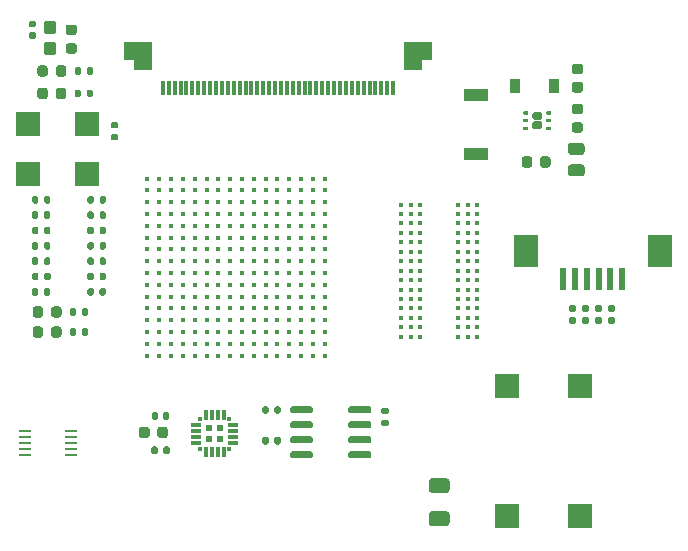
<source format=gbr>
%TF.GenerationSoftware,KiCad,Pcbnew,5.1.8-db9833491~88~ubuntu20.04.1*%
%TF.CreationDate,2021-01-09T17:29:30-05:00*%
%TF.ProjectId,julia_v2.1.0.0,6a756c69-615f-4763-922e-312e302e302e,rev?*%
%TF.SameCoordinates,Original*%
%TF.FileFunction,Paste,Top*%
%TF.FilePolarity,Positive*%
%FSLAX46Y46*%
G04 Gerber Fmt 4.6, Leading zero omitted, Abs format (unit mm)*
G04 Created by KiCad (PCBNEW 5.1.8-db9833491~88~ubuntu20.04.1) date 2021-01-09 17:29:30*
%MOMM*%
%LPD*%
G01*
G04 APERTURE LIST*
%ADD10C,0.400000*%
%ADD11C,0.406400*%
%ADD12R,2.000000X2.000000*%
%ADD13R,0.540000X0.540000*%
%ADD14R,0.300000X0.900000*%
%ADD15R,0.300000X0.300000*%
%ADD16R,0.900000X0.300000*%
%ADD17R,2.000000X1.000000*%
%ADD18R,2.100000X2.800000*%
%ADD19R,0.600000X1.900000*%
%ADD20R,2.400000X1.600000*%
%ADD21R,1.600000X2.400000*%
%ADD22R,0.300000X1.200000*%
%ADD23R,1.000000X0.250000*%
%ADD24R,0.900000X1.200000*%
G04 APERTURE END LIST*
D10*
%TO.C,U1*%
X108600000Y-109400000D03*
X108600000Y-110400000D03*
X108600000Y-111400000D03*
X108600000Y-112400000D03*
X108600000Y-113400000D03*
X108600000Y-114400000D03*
X108600000Y-115400000D03*
X108600000Y-116400000D03*
X108600000Y-117400000D03*
X104600000Y-114400000D03*
X104600000Y-113400000D03*
X104600000Y-112400000D03*
X104600000Y-111400000D03*
X103600000Y-111400000D03*
X103600000Y-112400000D03*
X103600000Y-113400000D03*
X103600000Y-114400000D03*
X107600000Y-117400000D03*
X107600000Y-116400000D03*
X107600000Y-115400000D03*
X107600000Y-114400000D03*
X107600000Y-113400000D03*
X107600000Y-112400000D03*
X107600000Y-111400000D03*
X107600000Y-110400000D03*
X107600000Y-109400000D03*
X106600000Y-109400000D03*
X106600000Y-110400000D03*
X106600000Y-111400000D03*
X106600000Y-112400000D03*
X106600000Y-113400000D03*
X106600000Y-114400000D03*
X106600000Y-115400000D03*
X106600000Y-116400000D03*
X106600000Y-117400000D03*
X102600000Y-114400000D03*
X102600000Y-113400000D03*
X102600000Y-112400000D03*
X102600000Y-111400000D03*
X101600000Y-111400000D03*
X101600000Y-112400000D03*
X101600000Y-113400000D03*
X101600000Y-114400000D03*
X105600000Y-117400000D03*
X105600000Y-116400000D03*
X105600000Y-115400000D03*
X105600000Y-114400000D03*
X105600000Y-113400000D03*
X105600000Y-112400000D03*
X105600000Y-111400000D03*
X105600000Y-110400000D03*
X105600000Y-109400000D03*
X104600000Y-110400000D03*
X103600000Y-110400000D03*
X102600000Y-110400000D03*
X104600000Y-109400000D03*
X103600000Y-109400000D03*
X102600000Y-109400000D03*
X101600000Y-109400000D03*
X104600000Y-117400000D03*
X104600000Y-116400000D03*
X101600000Y-108400000D03*
X102600000Y-108400000D03*
X103600000Y-108400000D03*
X104600000Y-108400000D03*
X101600000Y-110400000D03*
X104600000Y-107400000D03*
X103600000Y-107400000D03*
X102600000Y-107400000D03*
X101600000Y-107400000D03*
X104600000Y-115400000D03*
X104600000Y-106400000D03*
X103600000Y-106400000D03*
X102600000Y-106400000D03*
X101600000Y-106400000D03*
X100600000Y-114400000D03*
X103600000Y-117400000D03*
X102600000Y-117400000D03*
X101600000Y-117400000D03*
X100600000Y-117400000D03*
X99600000Y-117400000D03*
X103600000Y-116400000D03*
X102600000Y-116400000D03*
X101600000Y-116400000D03*
X100600000Y-116400000D03*
X99600000Y-116400000D03*
X99600000Y-115400000D03*
X100600000Y-115400000D03*
X101600000Y-115400000D03*
X102600000Y-115400000D03*
X103600000Y-115400000D03*
X99600000Y-114400000D03*
X98600000Y-114400000D03*
X97600000Y-114400000D03*
X100600000Y-113400000D03*
X98600000Y-117400000D03*
X97600000Y-117400000D03*
X98600000Y-116400000D03*
X97600000Y-116400000D03*
X98600000Y-115400000D03*
X97600000Y-115400000D03*
X99600000Y-113400000D03*
X98600000Y-113400000D03*
X97600000Y-113400000D03*
X100600000Y-112400000D03*
X99600000Y-112400000D03*
X98600000Y-112400000D03*
X97600000Y-112400000D03*
X100600000Y-111400000D03*
X99600000Y-111400000D03*
X98600000Y-111400000D03*
X97600000Y-111400000D03*
X100600000Y-110400000D03*
X99600000Y-110400000D03*
X98600000Y-110400000D03*
X97600000Y-110400000D03*
X100600000Y-109400000D03*
X99600000Y-109400000D03*
X98600000Y-109400000D03*
X97600000Y-109400000D03*
X100600000Y-108400000D03*
X99600000Y-108400000D03*
X98600000Y-108400000D03*
X97600000Y-108400000D03*
X100600000Y-107400000D03*
X99600000Y-107400000D03*
X98600000Y-107400000D03*
X97600000Y-107400000D03*
X97600000Y-106400000D03*
X98600000Y-106400000D03*
X99600000Y-106400000D03*
X100600000Y-106400000D03*
X96600000Y-117400000D03*
X95600000Y-117400000D03*
X94600000Y-117400000D03*
X93600000Y-117400000D03*
X93600000Y-116400000D03*
X93600000Y-115400000D03*
X93600000Y-114400000D03*
X94600000Y-116400000D03*
X94600000Y-115400000D03*
X94600000Y-114400000D03*
X95600000Y-114400000D03*
X95600000Y-115400000D03*
X95600000Y-116400000D03*
X96600000Y-116400000D03*
X96600000Y-115400000D03*
X96600000Y-114400000D03*
X96600000Y-113400000D03*
X95600000Y-113400000D03*
X94600000Y-113400000D03*
X93600000Y-113400000D03*
X93600000Y-112400000D03*
X94600000Y-112400000D03*
X95600000Y-112400000D03*
X96600000Y-112400000D03*
X96600000Y-111400000D03*
X95600000Y-111400000D03*
X94600000Y-111400000D03*
X93600000Y-111400000D03*
X94600000Y-110400000D03*
X95600000Y-110400000D03*
X96600000Y-110400000D03*
X96600000Y-109400000D03*
X95600000Y-109400000D03*
X94600000Y-109400000D03*
X94600000Y-108400000D03*
X95600000Y-108400000D03*
X96600000Y-108400000D03*
X96600000Y-107400000D03*
X95600000Y-107400000D03*
X94600000Y-107400000D03*
X108600000Y-106400000D03*
X108600000Y-107400000D03*
X108600000Y-108400000D03*
X107600000Y-108400000D03*
X107600000Y-107400000D03*
X107600000Y-106400000D03*
X106600000Y-106400000D03*
X106600000Y-107400000D03*
X106600000Y-108400000D03*
X105600000Y-108400000D03*
X105600000Y-107400000D03*
X105600000Y-106400000D03*
X108600000Y-104400000D03*
X108600000Y-105400000D03*
X107600000Y-105400000D03*
X107600000Y-104400000D03*
X105600000Y-105400000D03*
X106600000Y-105400000D03*
X106600000Y-104400000D03*
X105600000Y-104400000D03*
X104600000Y-104400000D03*
X104600000Y-105400000D03*
X103600000Y-105400000D03*
X103600000Y-104400000D03*
X102600000Y-105400000D03*
X102600000Y-104400000D03*
X96600000Y-106400000D03*
X95600000Y-106400000D03*
X94600000Y-106400000D03*
X101600000Y-105400000D03*
X100600000Y-105400000D03*
X99600000Y-105400000D03*
X98600000Y-105400000D03*
X97600000Y-105400000D03*
X96600000Y-105400000D03*
X95600000Y-105400000D03*
X94600000Y-105400000D03*
X101600000Y-104400000D03*
X100600000Y-104400000D03*
X99600000Y-104400000D03*
X98600000Y-104400000D03*
X97600000Y-104400000D03*
X96600000Y-104400000D03*
X95600000Y-104400000D03*
X94600000Y-104400000D03*
X96600000Y-103400000D03*
X95600000Y-103400000D03*
X94600000Y-103400000D03*
X97600000Y-103400000D03*
X98600000Y-103400000D03*
X99600000Y-103400000D03*
X100600000Y-103400000D03*
X101600000Y-103400000D03*
X102600000Y-103400000D03*
X103600000Y-103400000D03*
X104600000Y-103400000D03*
X105600000Y-103400000D03*
X106600000Y-103400000D03*
X107600000Y-103400000D03*
X108600000Y-103400000D03*
X93600000Y-110400000D03*
X93600000Y-109400000D03*
X93600000Y-108400000D03*
X93600000Y-107400000D03*
X93600000Y-106400000D03*
X93600000Y-105400000D03*
X93600000Y-104400000D03*
X93600000Y-103400000D03*
X108600000Y-102400000D03*
X107600000Y-102400000D03*
X106600000Y-102400000D03*
X105600000Y-102400000D03*
X104600000Y-102400000D03*
X103600000Y-102400000D03*
X102600000Y-102400000D03*
X101600000Y-102400000D03*
X100600000Y-102400000D03*
X99600000Y-102400000D03*
X98600000Y-102400000D03*
X97600000Y-102400000D03*
X96600000Y-102400000D03*
X95600000Y-102400000D03*
X94600000Y-102400000D03*
X93600000Y-102400000D03*
%TD*%
D11*
%TO.C,U8*%
X121500000Y-115799999D03*
X120700000Y-115799999D03*
X119900000Y-115799999D03*
X116700000Y-115799999D03*
X115900000Y-115799999D03*
X115100000Y-115799999D03*
X121500000Y-114999999D03*
X120700000Y-114999999D03*
X119900000Y-114999999D03*
X116700000Y-114999999D03*
X115900000Y-114999999D03*
X115100000Y-114999999D03*
X121500000Y-114200000D03*
X120700000Y-114200000D03*
X119900000Y-114200000D03*
X116700000Y-114200000D03*
X115900000Y-114200000D03*
X115100000Y-114200000D03*
X121500000Y-113400000D03*
X120700000Y-113400000D03*
X119900000Y-113400000D03*
X116700000Y-113400000D03*
X115900000Y-113400000D03*
X115100000Y-113400000D03*
X121500000Y-112600000D03*
X120700000Y-112600000D03*
X119900000Y-112600000D03*
X116700000Y-112600000D03*
X115900000Y-112600000D03*
X115100000Y-112600000D03*
X121500000Y-111800000D03*
X120700000Y-111800000D03*
X119900000Y-111800000D03*
X116700000Y-111800000D03*
X115900000Y-111800000D03*
X115100000Y-111800000D03*
X121500000Y-111000000D03*
X120700000Y-111000000D03*
X119900000Y-111000000D03*
X116700000Y-111000000D03*
X115900000Y-111000000D03*
X115100000Y-111000000D03*
X121500000Y-110200000D03*
X120700000Y-110200000D03*
X119900000Y-110200000D03*
X116700000Y-110200000D03*
X115900000Y-110200000D03*
X115100000Y-110200000D03*
X121500000Y-109400000D03*
X120700000Y-109400000D03*
X119900000Y-109400000D03*
X116700000Y-109400000D03*
X115900000Y-109400000D03*
X115100000Y-109400000D03*
X121500000Y-108600000D03*
X120700000Y-108600000D03*
X119900000Y-108600000D03*
X116700000Y-108600000D03*
X115900000Y-108600000D03*
X115100000Y-108600000D03*
X121500000Y-107800000D03*
X120700000Y-107800000D03*
X119900000Y-107800000D03*
X116700000Y-107800000D03*
X115900000Y-107800000D03*
X115100000Y-107800000D03*
X121500000Y-107000000D03*
X120700000Y-107000000D03*
X119900000Y-107000000D03*
X116700000Y-107000000D03*
X115900000Y-107000000D03*
X115100000Y-107000000D03*
X121500000Y-106200000D03*
X120700000Y-106200000D03*
X119900000Y-106200000D03*
X116700000Y-106200000D03*
X115900000Y-106200000D03*
X115100000Y-106200000D03*
X121500000Y-105400001D03*
X120700000Y-105400001D03*
X119900000Y-105400001D03*
X116700000Y-105400001D03*
X115900000Y-105400001D03*
X115100000Y-105400001D03*
X121500000Y-104600001D03*
X120700000Y-104600001D03*
X119900000Y-104600001D03*
X116700000Y-104600001D03*
X115900000Y-104600001D03*
X115100000Y-104600001D03*
%TD*%
D12*
%TO.C,X1*%
X83500000Y-97800000D03*
X88500000Y-97800000D03*
X88500000Y-102000000D03*
X83500000Y-102000000D03*
%TD*%
%TO.C,U7*%
G36*
G01*
X127800000Y-98075000D02*
X127800000Y-98225000D01*
G75*
G02*
X127725000Y-98300000I-75000J0D01*
G01*
X127425000Y-98300000D01*
G75*
G02*
X127350000Y-98225000I0J75000D01*
G01*
X127350000Y-98075000D01*
G75*
G02*
X127425000Y-98000000I75000J0D01*
G01*
X127725000Y-98000000D01*
G75*
G02*
X127800000Y-98075000I0J-75000D01*
G01*
G37*
G36*
G01*
X127800000Y-97425000D02*
X127800000Y-97575000D01*
G75*
G02*
X127725000Y-97650000I-75000J0D01*
G01*
X127425000Y-97650000D01*
G75*
G02*
X127350000Y-97575000I0J75000D01*
G01*
X127350000Y-97425000D01*
G75*
G02*
X127425000Y-97350000I75000J0D01*
G01*
X127725000Y-97350000D01*
G75*
G02*
X127800000Y-97425000I0J-75000D01*
G01*
G37*
G36*
G01*
X127800000Y-96775000D02*
X127800000Y-96925000D01*
G75*
G02*
X127725000Y-97000000I-75000J0D01*
G01*
X127425000Y-97000000D01*
G75*
G02*
X127350000Y-96925000I0J75000D01*
G01*
X127350000Y-96775000D01*
G75*
G02*
X127425000Y-96700000I75000J0D01*
G01*
X127725000Y-96700000D01*
G75*
G02*
X127800000Y-96775000I0J-75000D01*
G01*
G37*
G36*
G01*
X125850000Y-96775000D02*
X125850000Y-96925000D01*
G75*
G02*
X125775000Y-97000000I-75000J0D01*
G01*
X125475000Y-97000000D01*
G75*
G02*
X125400000Y-96925000I0J75000D01*
G01*
X125400000Y-96775000D01*
G75*
G02*
X125475000Y-96700000I75000J0D01*
G01*
X125775000Y-96700000D01*
G75*
G02*
X125850000Y-96775000I0J-75000D01*
G01*
G37*
G36*
G01*
X125850000Y-97425000D02*
X125850000Y-97575000D01*
G75*
G02*
X125775000Y-97650000I-75000J0D01*
G01*
X125475000Y-97650000D01*
G75*
G02*
X125400000Y-97575000I0J75000D01*
G01*
X125400000Y-97425000D01*
G75*
G02*
X125475000Y-97350000I75000J0D01*
G01*
X125775000Y-97350000D01*
G75*
G02*
X125850000Y-97425000I0J-75000D01*
G01*
G37*
G36*
G01*
X125850000Y-98075000D02*
X125850000Y-98225000D01*
G75*
G02*
X125775000Y-98300000I-75000J0D01*
G01*
X125475000Y-98300000D01*
G75*
G02*
X125400000Y-98225000I0J75000D01*
G01*
X125400000Y-98075000D01*
G75*
G02*
X125475000Y-98000000I75000J0D01*
G01*
X125775000Y-98000000D01*
G75*
G02*
X125850000Y-98075000I0J-75000D01*
G01*
G37*
G36*
G01*
X127035000Y-97727500D02*
X127035000Y-98072500D01*
G75*
G02*
X126862500Y-98245000I-172500J0D01*
G01*
X126337500Y-98245000D01*
G75*
G02*
X126165000Y-98072500I0J172500D01*
G01*
X126165000Y-97727500D01*
G75*
G02*
X126337500Y-97555000I172500J0D01*
G01*
X126862500Y-97555000D01*
G75*
G02*
X127035000Y-97727500I0J-172500D01*
G01*
G37*
G36*
G01*
X127035000Y-96927500D02*
X127035000Y-97272500D01*
G75*
G02*
X126862500Y-97445000I-172500J0D01*
G01*
X126337500Y-97445000D01*
G75*
G02*
X126165000Y-97272500I0J172500D01*
G01*
X126165000Y-96927500D01*
G75*
G02*
X126337500Y-96755000I172500J0D01*
G01*
X126862500Y-96755000D01*
G75*
G02*
X127035000Y-96927500I0J-172500D01*
G01*
G37*
%TD*%
D13*
%TO.C,U6*%
X99740000Y-124460000D03*
X99740000Y-123560000D03*
X98840000Y-124460000D03*
X98840000Y-123560000D03*
D14*
X98540000Y-122460000D03*
X99040000Y-122460000D03*
X99540000Y-122460000D03*
X100040000Y-122460000D03*
D15*
X100540000Y-122760000D03*
D16*
X100840000Y-123260000D03*
X100840000Y-123760000D03*
X100840000Y-124260000D03*
X100840000Y-124760000D03*
D15*
X100540000Y-125260000D03*
D14*
X100040000Y-125560000D03*
X99540000Y-125560000D03*
X99040000Y-125560000D03*
X98540000Y-125560000D03*
D15*
X98040000Y-125260000D03*
D16*
X97740000Y-124760000D03*
X97740000Y-124260000D03*
X97740000Y-123760000D03*
X97740000Y-123260000D03*
D15*
X98040000Y-122760000D03*
%TD*%
%TO.C,U5*%
G36*
G01*
X110600000Y-122145000D02*
X110600000Y-121845000D01*
G75*
G02*
X110750000Y-121695000I150000J0D01*
G01*
X112400000Y-121695000D01*
G75*
G02*
X112550000Y-121845000I0J-150000D01*
G01*
X112550000Y-122145000D01*
G75*
G02*
X112400000Y-122295000I-150000J0D01*
G01*
X110750000Y-122295000D01*
G75*
G02*
X110600000Y-122145000I0J150000D01*
G01*
G37*
G36*
G01*
X110600000Y-123415000D02*
X110600000Y-123115000D01*
G75*
G02*
X110750000Y-122965000I150000J0D01*
G01*
X112400000Y-122965000D01*
G75*
G02*
X112550000Y-123115000I0J-150000D01*
G01*
X112550000Y-123415000D01*
G75*
G02*
X112400000Y-123565000I-150000J0D01*
G01*
X110750000Y-123565000D01*
G75*
G02*
X110600000Y-123415000I0J150000D01*
G01*
G37*
G36*
G01*
X110600000Y-124685000D02*
X110600000Y-124385000D01*
G75*
G02*
X110750000Y-124235000I150000J0D01*
G01*
X112400000Y-124235000D01*
G75*
G02*
X112550000Y-124385000I0J-150000D01*
G01*
X112550000Y-124685000D01*
G75*
G02*
X112400000Y-124835000I-150000J0D01*
G01*
X110750000Y-124835000D01*
G75*
G02*
X110600000Y-124685000I0J150000D01*
G01*
G37*
G36*
G01*
X110600000Y-125955000D02*
X110600000Y-125655000D01*
G75*
G02*
X110750000Y-125505000I150000J0D01*
G01*
X112400000Y-125505000D01*
G75*
G02*
X112550000Y-125655000I0J-150000D01*
G01*
X112550000Y-125955000D01*
G75*
G02*
X112400000Y-126105000I-150000J0D01*
G01*
X110750000Y-126105000D01*
G75*
G02*
X110600000Y-125955000I0J150000D01*
G01*
G37*
G36*
G01*
X105650000Y-125955000D02*
X105650000Y-125655000D01*
G75*
G02*
X105800000Y-125505000I150000J0D01*
G01*
X107450000Y-125505000D01*
G75*
G02*
X107600000Y-125655000I0J-150000D01*
G01*
X107600000Y-125955000D01*
G75*
G02*
X107450000Y-126105000I-150000J0D01*
G01*
X105800000Y-126105000D01*
G75*
G02*
X105650000Y-125955000I0J150000D01*
G01*
G37*
G36*
G01*
X105650000Y-124685000D02*
X105650000Y-124385000D01*
G75*
G02*
X105800000Y-124235000I150000J0D01*
G01*
X107450000Y-124235000D01*
G75*
G02*
X107600000Y-124385000I0J-150000D01*
G01*
X107600000Y-124685000D01*
G75*
G02*
X107450000Y-124835000I-150000J0D01*
G01*
X105800000Y-124835000D01*
G75*
G02*
X105650000Y-124685000I0J150000D01*
G01*
G37*
G36*
G01*
X105650000Y-123415000D02*
X105650000Y-123115000D01*
G75*
G02*
X105800000Y-122965000I150000J0D01*
G01*
X107450000Y-122965000D01*
G75*
G02*
X107600000Y-123115000I0J-150000D01*
G01*
X107600000Y-123415000D01*
G75*
G02*
X107450000Y-123565000I-150000J0D01*
G01*
X105800000Y-123565000D01*
G75*
G02*
X105650000Y-123415000I0J150000D01*
G01*
G37*
G36*
G01*
X105650000Y-122145000D02*
X105650000Y-121845000D01*
G75*
G02*
X105800000Y-121695000I150000J0D01*
G01*
X107450000Y-121695000D01*
G75*
G02*
X107600000Y-121845000I0J-150000D01*
G01*
X107600000Y-122145000D01*
G75*
G02*
X107450000Y-122295000I-150000J0D01*
G01*
X105800000Y-122295000D01*
G75*
G02*
X105650000Y-122145000I0J150000D01*
G01*
G37*
%TD*%
%TO.C,R31*%
G36*
G01*
X89530000Y-112185000D02*
X89530000Y-111815000D01*
G75*
G02*
X89665000Y-111680000I135000J0D01*
G01*
X89935000Y-111680000D01*
G75*
G02*
X90070000Y-111815000I0J-135000D01*
G01*
X90070000Y-112185000D01*
G75*
G02*
X89935000Y-112320000I-135000J0D01*
G01*
X89665000Y-112320000D01*
G75*
G02*
X89530000Y-112185000I0J135000D01*
G01*
G37*
G36*
G01*
X88510000Y-112185000D02*
X88510000Y-111815000D01*
G75*
G02*
X88645000Y-111680000I135000J0D01*
G01*
X88915000Y-111680000D01*
G75*
G02*
X89050000Y-111815000I0J-135000D01*
G01*
X89050000Y-112185000D01*
G75*
G02*
X88915000Y-112320000I-135000J0D01*
G01*
X88645000Y-112320000D01*
G75*
G02*
X88510000Y-112185000I0J135000D01*
G01*
G37*
%TD*%
%TO.C,R30*%
G36*
G01*
X89540000Y-106985000D02*
X89540000Y-106615000D01*
G75*
G02*
X89675000Y-106480000I135000J0D01*
G01*
X89945000Y-106480000D01*
G75*
G02*
X90080000Y-106615000I0J-135000D01*
G01*
X90080000Y-106985000D01*
G75*
G02*
X89945000Y-107120000I-135000J0D01*
G01*
X89675000Y-107120000D01*
G75*
G02*
X89540000Y-106985000I0J135000D01*
G01*
G37*
G36*
G01*
X88520000Y-106985000D02*
X88520000Y-106615000D01*
G75*
G02*
X88655000Y-106480000I135000J0D01*
G01*
X88925000Y-106480000D01*
G75*
G02*
X89060000Y-106615000I0J-135000D01*
G01*
X89060000Y-106985000D01*
G75*
G02*
X88925000Y-107120000I-135000J0D01*
G01*
X88655000Y-107120000D01*
G75*
G02*
X88520000Y-106985000I0J135000D01*
G01*
G37*
%TD*%
%TO.C,R29*%
G36*
G01*
X89540000Y-109585000D02*
X89540000Y-109215000D01*
G75*
G02*
X89675000Y-109080000I135000J0D01*
G01*
X89945000Y-109080000D01*
G75*
G02*
X90080000Y-109215000I0J-135000D01*
G01*
X90080000Y-109585000D01*
G75*
G02*
X89945000Y-109720000I-135000J0D01*
G01*
X89675000Y-109720000D01*
G75*
G02*
X89540000Y-109585000I0J135000D01*
G01*
G37*
G36*
G01*
X88520000Y-109585000D02*
X88520000Y-109215000D01*
G75*
G02*
X88655000Y-109080000I135000J0D01*
G01*
X88925000Y-109080000D01*
G75*
G02*
X89060000Y-109215000I0J-135000D01*
G01*
X89060000Y-109585000D01*
G75*
G02*
X88925000Y-109720000I-135000J0D01*
G01*
X88655000Y-109720000D01*
G75*
G02*
X88520000Y-109585000I0J135000D01*
G01*
G37*
%TD*%
%TO.C,R28*%
G36*
G01*
X89540000Y-108285000D02*
X89540000Y-107915000D01*
G75*
G02*
X89675000Y-107780000I135000J0D01*
G01*
X89945000Y-107780000D01*
G75*
G02*
X90080000Y-107915000I0J-135000D01*
G01*
X90080000Y-108285000D01*
G75*
G02*
X89945000Y-108420000I-135000J0D01*
G01*
X89675000Y-108420000D01*
G75*
G02*
X89540000Y-108285000I0J135000D01*
G01*
G37*
G36*
G01*
X88520000Y-108285000D02*
X88520000Y-107915000D01*
G75*
G02*
X88655000Y-107780000I135000J0D01*
G01*
X88925000Y-107780000D01*
G75*
G02*
X89060000Y-107915000I0J-135000D01*
G01*
X89060000Y-108285000D01*
G75*
G02*
X88925000Y-108420000I-135000J0D01*
G01*
X88655000Y-108420000D01*
G75*
G02*
X88520000Y-108285000I0J135000D01*
G01*
G37*
%TD*%
%TO.C,R27*%
G36*
G01*
X89540000Y-105685000D02*
X89540000Y-105315000D01*
G75*
G02*
X89675000Y-105180000I135000J0D01*
G01*
X89945000Y-105180000D01*
G75*
G02*
X90080000Y-105315000I0J-135000D01*
G01*
X90080000Y-105685000D01*
G75*
G02*
X89945000Y-105820000I-135000J0D01*
G01*
X89675000Y-105820000D01*
G75*
G02*
X89540000Y-105685000I0J135000D01*
G01*
G37*
G36*
G01*
X88520000Y-105685000D02*
X88520000Y-105315000D01*
G75*
G02*
X88655000Y-105180000I135000J0D01*
G01*
X88925000Y-105180000D01*
G75*
G02*
X89060000Y-105315000I0J-135000D01*
G01*
X89060000Y-105685000D01*
G75*
G02*
X88925000Y-105820000I-135000J0D01*
G01*
X88655000Y-105820000D01*
G75*
G02*
X88520000Y-105685000I0J135000D01*
G01*
G37*
%TD*%
%TO.C,R26*%
G36*
G01*
X89060000Y-110515000D02*
X89060000Y-110885000D01*
G75*
G02*
X88925000Y-111020000I-135000J0D01*
G01*
X88655000Y-111020000D01*
G75*
G02*
X88520000Y-110885000I0J135000D01*
G01*
X88520000Y-110515000D01*
G75*
G02*
X88655000Y-110380000I135000J0D01*
G01*
X88925000Y-110380000D01*
G75*
G02*
X89060000Y-110515000I0J-135000D01*
G01*
G37*
G36*
G01*
X90080000Y-110515000D02*
X90080000Y-110885000D01*
G75*
G02*
X89945000Y-111020000I-135000J0D01*
G01*
X89675000Y-111020000D01*
G75*
G02*
X89540000Y-110885000I0J135000D01*
G01*
X89540000Y-110515000D01*
G75*
G02*
X89675000Y-110380000I135000J0D01*
G01*
X89945000Y-110380000D01*
G75*
G02*
X90080000Y-110515000I0J-135000D01*
G01*
G37*
%TD*%
%TO.C,R25*%
G36*
G01*
X84360000Y-105315000D02*
X84360000Y-105685000D01*
G75*
G02*
X84225000Y-105820000I-135000J0D01*
G01*
X83955000Y-105820000D01*
G75*
G02*
X83820000Y-105685000I0J135000D01*
G01*
X83820000Y-105315000D01*
G75*
G02*
X83955000Y-105180000I135000J0D01*
G01*
X84225000Y-105180000D01*
G75*
G02*
X84360000Y-105315000I0J-135000D01*
G01*
G37*
G36*
G01*
X85380000Y-105315000D02*
X85380000Y-105685000D01*
G75*
G02*
X85245000Y-105820000I-135000J0D01*
G01*
X84975000Y-105820000D01*
G75*
G02*
X84840000Y-105685000I0J135000D01*
G01*
X84840000Y-105315000D01*
G75*
G02*
X84975000Y-105180000I135000J0D01*
G01*
X85245000Y-105180000D01*
G75*
G02*
X85380000Y-105315000I0J-135000D01*
G01*
G37*
%TD*%
%TO.C,R24*%
G36*
G01*
X84360000Y-106615000D02*
X84360000Y-106985000D01*
G75*
G02*
X84225000Y-107120000I-135000J0D01*
G01*
X83955000Y-107120000D01*
G75*
G02*
X83820000Y-106985000I0J135000D01*
G01*
X83820000Y-106615000D01*
G75*
G02*
X83955000Y-106480000I135000J0D01*
G01*
X84225000Y-106480000D01*
G75*
G02*
X84360000Y-106615000I0J-135000D01*
G01*
G37*
G36*
G01*
X85380000Y-106615000D02*
X85380000Y-106985000D01*
G75*
G02*
X85245000Y-107120000I-135000J0D01*
G01*
X84975000Y-107120000D01*
G75*
G02*
X84840000Y-106985000I0J135000D01*
G01*
X84840000Y-106615000D01*
G75*
G02*
X84975000Y-106480000I135000J0D01*
G01*
X85245000Y-106480000D01*
G75*
G02*
X85380000Y-106615000I0J-135000D01*
G01*
G37*
%TD*%
%TO.C,R23*%
G36*
G01*
X84360000Y-111815000D02*
X84360000Y-112185000D01*
G75*
G02*
X84225000Y-112320000I-135000J0D01*
G01*
X83955000Y-112320000D01*
G75*
G02*
X83820000Y-112185000I0J135000D01*
G01*
X83820000Y-111815000D01*
G75*
G02*
X83955000Y-111680000I135000J0D01*
G01*
X84225000Y-111680000D01*
G75*
G02*
X84360000Y-111815000I0J-135000D01*
G01*
G37*
G36*
G01*
X85380000Y-111815000D02*
X85380000Y-112185000D01*
G75*
G02*
X85245000Y-112320000I-135000J0D01*
G01*
X84975000Y-112320000D01*
G75*
G02*
X84840000Y-112185000I0J135000D01*
G01*
X84840000Y-111815000D01*
G75*
G02*
X84975000Y-111680000I135000J0D01*
G01*
X85245000Y-111680000D01*
G75*
G02*
X85380000Y-111815000I0J-135000D01*
G01*
G37*
%TD*%
%TO.C,R22*%
G36*
G01*
X84850000Y-110885000D02*
X84850000Y-110515000D01*
G75*
G02*
X84985000Y-110380000I135000J0D01*
G01*
X85255000Y-110380000D01*
G75*
G02*
X85390000Y-110515000I0J-135000D01*
G01*
X85390000Y-110885000D01*
G75*
G02*
X85255000Y-111020000I-135000J0D01*
G01*
X84985000Y-111020000D01*
G75*
G02*
X84850000Y-110885000I0J135000D01*
G01*
G37*
G36*
G01*
X83830000Y-110885000D02*
X83830000Y-110515000D01*
G75*
G02*
X83965000Y-110380000I135000J0D01*
G01*
X84235000Y-110380000D01*
G75*
G02*
X84370000Y-110515000I0J-135000D01*
G01*
X84370000Y-110885000D01*
G75*
G02*
X84235000Y-111020000I-135000J0D01*
G01*
X83965000Y-111020000D01*
G75*
G02*
X83830000Y-110885000I0J135000D01*
G01*
G37*
%TD*%
%TO.C,R21*%
G36*
G01*
X84840000Y-104385000D02*
X84840000Y-104015000D01*
G75*
G02*
X84975000Y-103880000I135000J0D01*
G01*
X85245000Y-103880000D01*
G75*
G02*
X85380000Y-104015000I0J-135000D01*
G01*
X85380000Y-104385000D01*
G75*
G02*
X85245000Y-104520000I-135000J0D01*
G01*
X84975000Y-104520000D01*
G75*
G02*
X84840000Y-104385000I0J135000D01*
G01*
G37*
G36*
G01*
X83820000Y-104385000D02*
X83820000Y-104015000D01*
G75*
G02*
X83955000Y-103880000I135000J0D01*
G01*
X84225000Y-103880000D01*
G75*
G02*
X84360000Y-104015000I0J-135000D01*
G01*
X84360000Y-104385000D01*
G75*
G02*
X84225000Y-104520000I-135000J0D01*
G01*
X83955000Y-104520000D01*
G75*
G02*
X83820000Y-104385000I0J135000D01*
G01*
G37*
%TD*%
%TO.C,R20*%
G36*
G01*
X89540000Y-104385000D02*
X89540000Y-104015000D01*
G75*
G02*
X89675000Y-103880000I135000J0D01*
G01*
X89945000Y-103880000D01*
G75*
G02*
X90080000Y-104015000I0J-135000D01*
G01*
X90080000Y-104385000D01*
G75*
G02*
X89945000Y-104520000I-135000J0D01*
G01*
X89675000Y-104520000D01*
G75*
G02*
X89540000Y-104385000I0J135000D01*
G01*
G37*
G36*
G01*
X88520000Y-104385000D02*
X88520000Y-104015000D01*
G75*
G02*
X88655000Y-103880000I135000J0D01*
G01*
X88925000Y-103880000D01*
G75*
G02*
X89060000Y-104015000I0J-135000D01*
G01*
X89060000Y-104385000D01*
G75*
G02*
X88925000Y-104520000I-135000J0D01*
G01*
X88655000Y-104520000D01*
G75*
G02*
X88520000Y-104385000I0J135000D01*
G01*
G37*
%TD*%
%TO.C,R18*%
G36*
G01*
X84840000Y-108285000D02*
X84840000Y-107915000D01*
G75*
G02*
X84975000Y-107780000I135000J0D01*
G01*
X85245000Y-107780000D01*
G75*
G02*
X85380000Y-107915000I0J-135000D01*
G01*
X85380000Y-108285000D01*
G75*
G02*
X85245000Y-108420000I-135000J0D01*
G01*
X84975000Y-108420000D01*
G75*
G02*
X84840000Y-108285000I0J135000D01*
G01*
G37*
G36*
G01*
X83820000Y-108285000D02*
X83820000Y-107915000D01*
G75*
G02*
X83955000Y-107780000I135000J0D01*
G01*
X84225000Y-107780000D01*
G75*
G02*
X84360000Y-107915000I0J-135000D01*
G01*
X84360000Y-108285000D01*
G75*
G02*
X84225000Y-108420000I-135000J0D01*
G01*
X83955000Y-108420000D01*
G75*
G02*
X83820000Y-108285000I0J135000D01*
G01*
G37*
%TD*%
%TO.C,R16*%
G36*
G01*
X84360000Y-109215000D02*
X84360000Y-109585000D01*
G75*
G02*
X84225000Y-109720000I-135000J0D01*
G01*
X83955000Y-109720000D01*
G75*
G02*
X83820000Y-109585000I0J135000D01*
G01*
X83820000Y-109215000D01*
G75*
G02*
X83955000Y-109080000I135000J0D01*
G01*
X84225000Y-109080000D01*
G75*
G02*
X84360000Y-109215000I0J-135000D01*
G01*
G37*
G36*
G01*
X85380000Y-109215000D02*
X85380000Y-109585000D01*
G75*
G02*
X85245000Y-109720000I-135000J0D01*
G01*
X84975000Y-109720000D01*
G75*
G02*
X84840000Y-109585000I0J135000D01*
G01*
X84840000Y-109215000D01*
G75*
G02*
X84975000Y-109080000I135000J0D01*
G01*
X85245000Y-109080000D01*
G75*
G02*
X85380000Y-109215000I0J-135000D01*
G01*
G37*
%TD*%
%TO.C,R15*%
G36*
G01*
X90985000Y-98160000D02*
X90615000Y-98160000D01*
G75*
G02*
X90480000Y-98025000I0J135000D01*
G01*
X90480000Y-97755000D01*
G75*
G02*
X90615000Y-97620000I135000J0D01*
G01*
X90985000Y-97620000D01*
G75*
G02*
X91120000Y-97755000I0J-135000D01*
G01*
X91120000Y-98025000D01*
G75*
G02*
X90985000Y-98160000I-135000J0D01*
G01*
G37*
G36*
G01*
X90985000Y-99180000D02*
X90615000Y-99180000D01*
G75*
G02*
X90480000Y-99045000I0J135000D01*
G01*
X90480000Y-98775000D01*
G75*
G02*
X90615000Y-98640000I135000J0D01*
G01*
X90985000Y-98640000D01*
G75*
G02*
X91120000Y-98775000I0J-135000D01*
G01*
X91120000Y-99045000D01*
G75*
G02*
X90985000Y-99180000I-135000J0D01*
G01*
G37*
%TD*%
%TO.C,R14*%
G36*
G01*
X131985000Y-113660000D02*
X131615000Y-113660000D01*
G75*
G02*
X131480000Y-113525000I0J135000D01*
G01*
X131480000Y-113255000D01*
G75*
G02*
X131615000Y-113120000I135000J0D01*
G01*
X131985000Y-113120000D01*
G75*
G02*
X132120000Y-113255000I0J-135000D01*
G01*
X132120000Y-113525000D01*
G75*
G02*
X131985000Y-113660000I-135000J0D01*
G01*
G37*
G36*
G01*
X131985000Y-114680000D02*
X131615000Y-114680000D01*
G75*
G02*
X131480000Y-114545000I0J135000D01*
G01*
X131480000Y-114275000D01*
G75*
G02*
X131615000Y-114140000I135000J0D01*
G01*
X131985000Y-114140000D01*
G75*
G02*
X132120000Y-114275000I0J-135000D01*
G01*
X132120000Y-114545000D01*
G75*
G02*
X131985000Y-114680000I-135000J0D01*
G01*
G37*
%TD*%
%TO.C,R13*%
G36*
G01*
X132715000Y-114140000D02*
X133085000Y-114140000D01*
G75*
G02*
X133220000Y-114275000I0J-135000D01*
G01*
X133220000Y-114545000D01*
G75*
G02*
X133085000Y-114680000I-135000J0D01*
G01*
X132715000Y-114680000D01*
G75*
G02*
X132580000Y-114545000I0J135000D01*
G01*
X132580000Y-114275000D01*
G75*
G02*
X132715000Y-114140000I135000J0D01*
G01*
G37*
G36*
G01*
X132715000Y-113120000D02*
X133085000Y-113120000D01*
G75*
G02*
X133220000Y-113255000I0J-135000D01*
G01*
X133220000Y-113525000D01*
G75*
G02*
X133085000Y-113660000I-135000J0D01*
G01*
X132715000Y-113660000D01*
G75*
G02*
X132580000Y-113525000I0J135000D01*
G01*
X132580000Y-113255000D01*
G75*
G02*
X132715000Y-113120000I135000J0D01*
G01*
G37*
%TD*%
%TO.C,R12*%
G36*
G01*
X130885000Y-113660000D02*
X130515000Y-113660000D01*
G75*
G02*
X130380000Y-113525000I0J135000D01*
G01*
X130380000Y-113255000D01*
G75*
G02*
X130515000Y-113120000I135000J0D01*
G01*
X130885000Y-113120000D01*
G75*
G02*
X131020000Y-113255000I0J-135000D01*
G01*
X131020000Y-113525000D01*
G75*
G02*
X130885000Y-113660000I-135000J0D01*
G01*
G37*
G36*
G01*
X130885000Y-114680000D02*
X130515000Y-114680000D01*
G75*
G02*
X130380000Y-114545000I0J135000D01*
G01*
X130380000Y-114275000D01*
G75*
G02*
X130515000Y-114140000I135000J0D01*
G01*
X130885000Y-114140000D01*
G75*
G02*
X131020000Y-114275000I0J-135000D01*
G01*
X131020000Y-114545000D01*
G75*
G02*
X130885000Y-114680000I-135000J0D01*
G01*
G37*
%TD*%
%TO.C,R11*%
G36*
G01*
X129785000Y-113660000D02*
X129415000Y-113660000D01*
G75*
G02*
X129280000Y-113525000I0J135000D01*
G01*
X129280000Y-113255000D01*
G75*
G02*
X129415000Y-113120000I135000J0D01*
G01*
X129785000Y-113120000D01*
G75*
G02*
X129920000Y-113255000I0J-135000D01*
G01*
X129920000Y-113525000D01*
G75*
G02*
X129785000Y-113660000I-135000J0D01*
G01*
G37*
G36*
G01*
X129785000Y-114680000D02*
X129415000Y-114680000D01*
G75*
G02*
X129280000Y-114545000I0J135000D01*
G01*
X129280000Y-114275000D01*
G75*
G02*
X129415000Y-114140000I135000J0D01*
G01*
X129785000Y-114140000D01*
G75*
G02*
X129920000Y-114275000I0J-135000D01*
G01*
X129920000Y-114545000D01*
G75*
G02*
X129785000Y-114680000I-135000J0D01*
G01*
G37*
%TD*%
%TO.C,R10*%
G36*
G01*
X129449999Y-101200000D02*
X130350001Y-101200000D01*
G75*
G02*
X130600000Y-101449999I0J-249999D01*
G01*
X130600000Y-101975001D01*
G75*
G02*
X130350001Y-102225000I-249999J0D01*
G01*
X129449999Y-102225000D01*
G75*
G02*
X129200000Y-101975001I0J249999D01*
G01*
X129200000Y-101449999D01*
G75*
G02*
X129449999Y-101200000I249999J0D01*
G01*
G37*
G36*
G01*
X129449999Y-99375000D02*
X130350001Y-99375000D01*
G75*
G02*
X130600000Y-99624999I0J-249999D01*
G01*
X130600000Y-100150001D01*
G75*
G02*
X130350001Y-100400000I-249999J0D01*
G01*
X129449999Y-100400000D01*
G75*
G02*
X129200000Y-100150001I0J249999D01*
G01*
X129200000Y-99624999D01*
G75*
G02*
X129449999Y-99375000I249999J0D01*
G01*
G37*
%TD*%
%TO.C,R8*%
G36*
G01*
X113515000Y-122840000D02*
X113885000Y-122840000D01*
G75*
G02*
X114020000Y-122975000I0J-135000D01*
G01*
X114020000Y-123245000D01*
G75*
G02*
X113885000Y-123380000I-135000J0D01*
G01*
X113515000Y-123380000D01*
G75*
G02*
X113380000Y-123245000I0J135000D01*
G01*
X113380000Y-122975000D01*
G75*
G02*
X113515000Y-122840000I135000J0D01*
G01*
G37*
G36*
G01*
X113515000Y-121820000D02*
X113885000Y-121820000D01*
G75*
G02*
X114020000Y-121955000I0J-135000D01*
G01*
X114020000Y-122225000D01*
G75*
G02*
X113885000Y-122360000I-135000J0D01*
G01*
X113515000Y-122360000D01*
G75*
G02*
X113380000Y-122225000I0J135000D01*
G01*
X113380000Y-121955000D01*
G75*
G02*
X113515000Y-121820000I135000J0D01*
G01*
G37*
%TD*%
%TO.C,R7*%
G36*
G01*
X104340000Y-124785000D02*
X104340000Y-124415000D01*
G75*
G02*
X104475000Y-124280000I135000J0D01*
G01*
X104745000Y-124280000D01*
G75*
G02*
X104880000Y-124415000I0J-135000D01*
G01*
X104880000Y-124785000D01*
G75*
G02*
X104745000Y-124920000I-135000J0D01*
G01*
X104475000Y-124920000D01*
G75*
G02*
X104340000Y-124785000I0J135000D01*
G01*
G37*
G36*
G01*
X103320000Y-124785000D02*
X103320000Y-124415000D01*
G75*
G02*
X103455000Y-124280000I135000J0D01*
G01*
X103725000Y-124280000D01*
G75*
G02*
X103860000Y-124415000I0J-135000D01*
G01*
X103860000Y-124785000D01*
G75*
G02*
X103725000Y-124920000I-135000J0D01*
G01*
X103455000Y-124920000D01*
G75*
G02*
X103320000Y-124785000I0J135000D01*
G01*
G37*
%TD*%
%TO.C,R6*%
G36*
G01*
X104340000Y-122185000D02*
X104340000Y-121815000D01*
G75*
G02*
X104475000Y-121680000I135000J0D01*
G01*
X104745000Y-121680000D01*
G75*
G02*
X104880000Y-121815000I0J-135000D01*
G01*
X104880000Y-122185000D01*
G75*
G02*
X104745000Y-122320000I-135000J0D01*
G01*
X104475000Y-122320000D01*
G75*
G02*
X104340000Y-122185000I0J135000D01*
G01*
G37*
G36*
G01*
X103320000Y-122185000D02*
X103320000Y-121815000D01*
G75*
G02*
X103455000Y-121680000I135000J0D01*
G01*
X103725000Y-121680000D01*
G75*
G02*
X103860000Y-121815000I0J-135000D01*
G01*
X103860000Y-122185000D01*
G75*
G02*
X103725000Y-122320000I-135000J0D01*
G01*
X103455000Y-122320000D01*
G75*
G02*
X103320000Y-122185000I0J135000D01*
G01*
G37*
%TD*%
%TO.C,R5*%
G36*
G01*
X94940000Y-125585000D02*
X94940000Y-125215000D01*
G75*
G02*
X95075000Y-125080000I135000J0D01*
G01*
X95345000Y-125080000D01*
G75*
G02*
X95480000Y-125215000I0J-135000D01*
G01*
X95480000Y-125585000D01*
G75*
G02*
X95345000Y-125720000I-135000J0D01*
G01*
X95075000Y-125720000D01*
G75*
G02*
X94940000Y-125585000I0J135000D01*
G01*
G37*
G36*
G01*
X93920000Y-125585000D02*
X93920000Y-125215000D01*
G75*
G02*
X94055000Y-125080000I135000J0D01*
G01*
X94325000Y-125080000D01*
G75*
G02*
X94460000Y-125215000I0J-135000D01*
G01*
X94460000Y-125585000D01*
G75*
G02*
X94325000Y-125720000I-135000J0D01*
G01*
X94055000Y-125720000D01*
G75*
G02*
X93920000Y-125585000I0J135000D01*
G01*
G37*
%TD*%
%TO.C,R4*%
G36*
G01*
X88450000Y-95385000D02*
X88450000Y-95015000D01*
G75*
G02*
X88585000Y-94880000I135000J0D01*
G01*
X88855000Y-94880000D01*
G75*
G02*
X88990000Y-95015000I0J-135000D01*
G01*
X88990000Y-95385000D01*
G75*
G02*
X88855000Y-95520000I-135000J0D01*
G01*
X88585000Y-95520000D01*
G75*
G02*
X88450000Y-95385000I0J135000D01*
G01*
G37*
G36*
G01*
X87430000Y-95385000D02*
X87430000Y-95015000D01*
G75*
G02*
X87565000Y-94880000I135000J0D01*
G01*
X87835000Y-94880000D01*
G75*
G02*
X87970000Y-95015000I0J-135000D01*
G01*
X87970000Y-95385000D01*
G75*
G02*
X87835000Y-95520000I-135000J0D01*
G01*
X87565000Y-95520000D01*
G75*
G02*
X87430000Y-95385000I0J135000D01*
G01*
G37*
%TD*%
%TO.C,R3*%
G36*
G01*
X88440000Y-93485000D02*
X88440000Y-93115000D01*
G75*
G02*
X88575000Y-92980000I135000J0D01*
G01*
X88845000Y-92980000D01*
G75*
G02*
X88980000Y-93115000I0J-135000D01*
G01*
X88980000Y-93485000D01*
G75*
G02*
X88845000Y-93620000I-135000J0D01*
G01*
X88575000Y-93620000D01*
G75*
G02*
X88440000Y-93485000I0J135000D01*
G01*
G37*
G36*
G01*
X87420000Y-93485000D02*
X87420000Y-93115000D01*
G75*
G02*
X87555000Y-92980000I135000J0D01*
G01*
X87825000Y-92980000D01*
G75*
G02*
X87960000Y-93115000I0J-135000D01*
G01*
X87960000Y-93485000D01*
G75*
G02*
X87825000Y-93620000I-135000J0D01*
G01*
X87555000Y-93620000D01*
G75*
G02*
X87420000Y-93485000I0J135000D01*
G01*
G37*
%TD*%
%TO.C,R2*%
G36*
G01*
X88040000Y-113885000D02*
X88040000Y-113515000D01*
G75*
G02*
X88175000Y-113380000I135000J0D01*
G01*
X88445000Y-113380000D01*
G75*
G02*
X88580000Y-113515000I0J-135000D01*
G01*
X88580000Y-113885000D01*
G75*
G02*
X88445000Y-114020000I-135000J0D01*
G01*
X88175000Y-114020000D01*
G75*
G02*
X88040000Y-113885000I0J135000D01*
G01*
G37*
G36*
G01*
X87020000Y-113885000D02*
X87020000Y-113515000D01*
G75*
G02*
X87155000Y-113380000I135000J0D01*
G01*
X87425000Y-113380000D01*
G75*
G02*
X87560000Y-113515000I0J-135000D01*
G01*
X87560000Y-113885000D01*
G75*
G02*
X87425000Y-114020000I-135000J0D01*
G01*
X87155000Y-114020000D01*
G75*
G02*
X87020000Y-113885000I0J135000D01*
G01*
G37*
%TD*%
%TO.C,R1*%
G36*
G01*
X88040000Y-115585000D02*
X88040000Y-115215000D01*
G75*
G02*
X88175000Y-115080000I135000J0D01*
G01*
X88445000Y-115080000D01*
G75*
G02*
X88580000Y-115215000I0J-135000D01*
G01*
X88580000Y-115585000D01*
G75*
G02*
X88445000Y-115720000I-135000J0D01*
G01*
X88175000Y-115720000D01*
G75*
G02*
X88040000Y-115585000I0J135000D01*
G01*
G37*
G36*
G01*
X87020000Y-115585000D02*
X87020000Y-115215000D01*
G75*
G02*
X87155000Y-115080000I135000J0D01*
G01*
X87425000Y-115080000D01*
G75*
G02*
X87560000Y-115215000I0J-135000D01*
G01*
X87560000Y-115585000D01*
G75*
G02*
X87425000Y-115720000I-135000J0D01*
G01*
X87155000Y-115720000D01*
G75*
G02*
X87020000Y-115585000I0J135000D01*
G01*
G37*
%TD*%
D17*
%TO.C,L1*%
X121400000Y-100300000D03*
X121400000Y-95300000D03*
%TD*%
D18*
%TO.C,J5*%
X136950000Y-108550000D03*
X125650000Y-108550000D03*
D19*
X133800000Y-110910000D03*
X132800000Y-110910000D03*
X131800000Y-110910000D03*
X130800000Y-110910000D03*
X129800000Y-110910000D03*
X128800000Y-110910000D03*
%TD*%
D20*
%TO.C,J4*%
X92800000Y-91600000D03*
X116500000Y-91600000D03*
D21*
X93200000Y-92000000D03*
X116100000Y-92000000D03*
D22*
X94900000Y-94700000D03*
X95400000Y-94700000D03*
X95900000Y-94700000D03*
X96400000Y-94700000D03*
X96900000Y-94700000D03*
X97400000Y-94700000D03*
X97900000Y-94700000D03*
X98400000Y-94700000D03*
X98900000Y-94700000D03*
X99400000Y-94700000D03*
X99900000Y-94700000D03*
X100400000Y-94700000D03*
X100900000Y-94700000D03*
X101400000Y-94700000D03*
X101900000Y-94700000D03*
X102400000Y-94700000D03*
X102900000Y-94700000D03*
X103400000Y-94700000D03*
X103900000Y-94700000D03*
X104400000Y-94700000D03*
X104900000Y-94700000D03*
X105400000Y-94700000D03*
X105900000Y-94700000D03*
X106400000Y-94700000D03*
X106900000Y-94700000D03*
X107400000Y-94700000D03*
X107900000Y-94700000D03*
X108400000Y-94700000D03*
X108900000Y-94700000D03*
X109400000Y-94700000D03*
X109900000Y-94700000D03*
X110400000Y-94700000D03*
X110900000Y-94700000D03*
X111400000Y-94700000D03*
X111900000Y-94700000D03*
X112400000Y-94700000D03*
X112900000Y-94700000D03*
X113400000Y-94700000D03*
X113900000Y-94700000D03*
X114400000Y-94700000D03*
%TD*%
D23*
%TO.C,J2*%
X87150000Y-123800000D03*
X87150000Y-124300000D03*
X87150000Y-124800000D03*
X87150000Y-125300000D03*
X87150000Y-125800000D03*
X83250000Y-123800000D03*
X83250000Y-124300000D03*
X83250000Y-124800000D03*
X83250000Y-125300000D03*
X83250000Y-125800000D03*
%TD*%
D12*
%TO.C,J1*%
X130200000Y-131000000D03*
X124050000Y-131000000D03*
X130200000Y-120000000D03*
X124050000Y-120000000D03*
%TD*%
%TO.C,FB1*%
G36*
G01*
X86893750Y-90950000D02*
X87406250Y-90950000D01*
G75*
G02*
X87625000Y-91168750I0J-218750D01*
G01*
X87625000Y-91606250D01*
G75*
G02*
X87406250Y-91825000I-218750J0D01*
G01*
X86893750Y-91825000D01*
G75*
G02*
X86675000Y-91606250I0J218750D01*
G01*
X86675000Y-91168750D01*
G75*
G02*
X86893750Y-90950000I218750J0D01*
G01*
G37*
G36*
G01*
X86893750Y-89375000D02*
X87406250Y-89375000D01*
G75*
G02*
X87625000Y-89593750I0J-218750D01*
G01*
X87625000Y-90031250D01*
G75*
G02*
X87406250Y-90250000I-218750J0D01*
G01*
X86893750Y-90250000D01*
G75*
G02*
X86675000Y-90031250I0J218750D01*
G01*
X86675000Y-89593750D01*
G75*
G02*
X86893750Y-89375000I218750J0D01*
G01*
G37*
%TD*%
%TO.C,F1*%
G36*
G01*
X118925000Y-129025000D02*
X117675000Y-129025000D01*
G75*
G02*
X117425000Y-128775000I0J250000D01*
G01*
X117425000Y-128025000D01*
G75*
G02*
X117675000Y-127775000I250000J0D01*
G01*
X118925000Y-127775000D01*
G75*
G02*
X119175000Y-128025000I0J-250000D01*
G01*
X119175000Y-128775000D01*
G75*
G02*
X118925000Y-129025000I-250000J0D01*
G01*
G37*
G36*
G01*
X118925000Y-131825000D02*
X117675000Y-131825000D01*
G75*
G02*
X117425000Y-131575000I0J250000D01*
G01*
X117425000Y-130825000D01*
G75*
G02*
X117675000Y-130575000I250000J0D01*
G01*
X118925000Y-130575000D01*
G75*
G02*
X119175000Y-130825000I0J-250000D01*
G01*
X119175000Y-131575000D01*
G75*
G02*
X118925000Y-131825000I-250000J0D01*
G01*
G37*
%TD*%
D24*
%TO.C,D5*%
X124750000Y-94600000D03*
X128050000Y-94600000D03*
%TD*%
%TO.C,D4*%
G36*
G01*
X85150000Y-94943750D02*
X85150000Y-95456250D01*
G75*
G02*
X84931250Y-95675000I-218750J0D01*
G01*
X84493750Y-95675000D01*
G75*
G02*
X84275000Y-95456250I0J218750D01*
G01*
X84275000Y-94943750D01*
G75*
G02*
X84493750Y-94725000I218750J0D01*
G01*
X84931250Y-94725000D01*
G75*
G02*
X85150000Y-94943750I0J-218750D01*
G01*
G37*
G36*
G01*
X86725000Y-94943750D02*
X86725000Y-95456250D01*
G75*
G02*
X86506250Y-95675000I-218750J0D01*
G01*
X86068750Y-95675000D01*
G75*
G02*
X85850000Y-95456250I0J218750D01*
G01*
X85850000Y-94943750D01*
G75*
G02*
X86068750Y-94725000I218750J0D01*
G01*
X86506250Y-94725000D01*
G75*
G02*
X86725000Y-94943750I0J-218750D01*
G01*
G37*
%TD*%
%TO.C,D3*%
G36*
G01*
X85150000Y-93043750D02*
X85150000Y-93556250D01*
G75*
G02*
X84931250Y-93775000I-218750J0D01*
G01*
X84493750Y-93775000D01*
G75*
G02*
X84275000Y-93556250I0J218750D01*
G01*
X84275000Y-93043750D01*
G75*
G02*
X84493750Y-92825000I218750J0D01*
G01*
X84931250Y-92825000D01*
G75*
G02*
X85150000Y-93043750I0J-218750D01*
G01*
G37*
G36*
G01*
X86725000Y-93043750D02*
X86725000Y-93556250D01*
G75*
G02*
X86506250Y-93775000I-218750J0D01*
G01*
X86068750Y-93775000D01*
G75*
G02*
X85850000Y-93556250I0J218750D01*
G01*
X85850000Y-93043750D01*
G75*
G02*
X86068750Y-92825000I218750J0D01*
G01*
X86506250Y-92825000D01*
G75*
G02*
X86725000Y-93043750I0J-218750D01*
G01*
G37*
%TD*%
%TO.C,D2*%
G36*
G01*
X84750000Y-113443750D02*
X84750000Y-113956250D01*
G75*
G02*
X84531250Y-114175000I-218750J0D01*
G01*
X84093750Y-114175000D01*
G75*
G02*
X83875000Y-113956250I0J218750D01*
G01*
X83875000Y-113443750D01*
G75*
G02*
X84093750Y-113225000I218750J0D01*
G01*
X84531250Y-113225000D01*
G75*
G02*
X84750000Y-113443750I0J-218750D01*
G01*
G37*
G36*
G01*
X86325000Y-113443750D02*
X86325000Y-113956250D01*
G75*
G02*
X86106250Y-114175000I-218750J0D01*
G01*
X85668750Y-114175000D01*
G75*
G02*
X85450000Y-113956250I0J218750D01*
G01*
X85450000Y-113443750D01*
G75*
G02*
X85668750Y-113225000I218750J0D01*
G01*
X86106250Y-113225000D01*
G75*
G02*
X86325000Y-113443750I0J-218750D01*
G01*
G37*
%TD*%
%TO.C,D1*%
G36*
G01*
X84750000Y-115143750D02*
X84750000Y-115656250D01*
G75*
G02*
X84531250Y-115875000I-218750J0D01*
G01*
X84093750Y-115875000D01*
G75*
G02*
X83875000Y-115656250I0J218750D01*
G01*
X83875000Y-115143750D01*
G75*
G02*
X84093750Y-114925000I218750J0D01*
G01*
X84531250Y-114925000D01*
G75*
G02*
X84750000Y-115143750I0J-218750D01*
G01*
G37*
G36*
G01*
X86325000Y-115143750D02*
X86325000Y-115656250D01*
G75*
G02*
X86106250Y-115875000I-218750J0D01*
G01*
X85668750Y-115875000D01*
G75*
G02*
X85450000Y-115656250I0J218750D01*
G01*
X85450000Y-115143750D01*
G75*
G02*
X85668750Y-114925000I218750J0D01*
G01*
X86106250Y-114925000D01*
G75*
G02*
X86325000Y-115143750I0J-218750D01*
G01*
G37*
%TD*%
%TO.C,C47*%
G36*
G01*
X84020000Y-89600000D02*
X83680000Y-89600000D01*
G75*
G02*
X83540000Y-89460000I0J140000D01*
G01*
X83540000Y-89180000D01*
G75*
G02*
X83680000Y-89040000I140000J0D01*
G01*
X84020000Y-89040000D01*
G75*
G02*
X84160000Y-89180000I0J-140000D01*
G01*
X84160000Y-89460000D01*
G75*
G02*
X84020000Y-89600000I-140000J0D01*
G01*
G37*
G36*
G01*
X84020000Y-90560000D02*
X83680000Y-90560000D01*
G75*
G02*
X83540000Y-90420000I0J140000D01*
G01*
X83540000Y-90140000D01*
G75*
G02*
X83680000Y-90000000I140000J0D01*
G01*
X84020000Y-90000000D01*
G75*
G02*
X84160000Y-90140000I0J-140000D01*
G01*
X84160000Y-90420000D01*
G75*
G02*
X84020000Y-90560000I-140000J0D01*
G01*
G37*
%TD*%
%TO.C,C46*%
G36*
G01*
X85625001Y-90175000D02*
X85074999Y-90175000D01*
G75*
G02*
X84825000Y-89925001I0J249999D01*
G01*
X84825000Y-89299999D01*
G75*
G02*
X85074999Y-89050000I249999J0D01*
G01*
X85625001Y-89050000D01*
G75*
G02*
X85875000Y-89299999I0J-249999D01*
G01*
X85875000Y-89925001D01*
G75*
G02*
X85625001Y-90175000I-249999J0D01*
G01*
G37*
G36*
G01*
X85625001Y-91950000D02*
X85074999Y-91950000D01*
G75*
G02*
X84825000Y-91700001I0J249999D01*
G01*
X84825000Y-91074999D01*
G75*
G02*
X85074999Y-90825000I249999J0D01*
G01*
X85625001Y-90825000D01*
G75*
G02*
X85875000Y-91074999I0J-249999D01*
G01*
X85875000Y-91700001D01*
G75*
G02*
X85625001Y-91950000I-249999J0D01*
G01*
G37*
%TD*%
%TO.C,C45*%
G36*
G01*
X130250000Y-93575000D02*
X129750000Y-93575000D01*
G75*
G02*
X129525000Y-93350000I0J225000D01*
G01*
X129525000Y-92900000D01*
G75*
G02*
X129750000Y-92675000I225000J0D01*
G01*
X130250000Y-92675000D01*
G75*
G02*
X130475000Y-92900000I0J-225000D01*
G01*
X130475000Y-93350000D01*
G75*
G02*
X130250000Y-93575000I-225000J0D01*
G01*
G37*
G36*
G01*
X130250000Y-95125000D02*
X129750000Y-95125000D01*
G75*
G02*
X129525000Y-94900000I0J225000D01*
G01*
X129525000Y-94450000D01*
G75*
G02*
X129750000Y-94225000I225000J0D01*
G01*
X130250000Y-94225000D01*
G75*
G02*
X130475000Y-94450000I0J-225000D01*
G01*
X130475000Y-94900000D01*
G75*
G02*
X130250000Y-95125000I-225000J0D01*
G01*
G37*
%TD*%
%TO.C,C44*%
G36*
G01*
X130250000Y-96975000D02*
X129750000Y-96975000D01*
G75*
G02*
X129525000Y-96750000I0J225000D01*
G01*
X129525000Y-96300000D01*
G75*
G02*
X129750000Y-96075000I225000J0D01*
G01*
X130250000Y-96075000D01*
G75*
G02*
X130475000Y-96300000I0J-225000D01*
G01*
X130475000Y-96750000D01*
G75*
G02*
X130250000Y-96975000I-225000J0D01*
G01*
G37*
G36*
G01*
X130250000Y-98525000D02*
X129750000Y-98525000D01*
G75*
G02*
X129525000Y-98300000I0J225000D01*
G01*
X129525000Y-97850000D01*
G75*
G02*
X129750000Y-97625000I225000J0D01*
G01*
X130250000Y-97625000D01*
G75*
G02*
X130475000Y-97850000I0J-225000D01*
G01*
X130475000Y-98300000D01*
G75*
G02*
X130250000Y-98525000I-225000J0D01*
G01*
G37*
%TD*%
%TO.C,C43*%
G36*
G01*
X126825000Y-101250000D02*
X126825000Y-100750000D01*
G75*
G02*
X127050000Y-100525000I225000J0D01*
G01*
X127500000Y-100525000D01*
G75*
G02*
X127725000Y-100750000I0J-225000D01*
G01*
X127725000Y-101250000D01*
G75*
G02*
X127500000Y-101475000I-225000J0D01*
G01*
X127050000Y-101475000D01*
G75*
G02*
X126825000Y-101250000I0J225000D01*
G01*
G37*
G36*
G01*
X125275000Y-101250000D02*
X125275000Y-100750000D01*
G75*
G02*
X125500000Y-100525000I225000J0D01*
G01*
X125950000Y-100525000D01*
G75*
G02*
X126175000Y-100750000I0J-225000D01*
G01*
X126175000Y-101250000D01*
G75*
G02*
X125950000Y-101475000I-225000J0D01*
G01*
X125500000Y-101475000D01*
G75*
G02*
X125275000Y-101250000I0J225000D01*
G01*
G37*
%TD*%
%TO.C,C42*%
G36*
G01*
X94500000Y-122330000D02*
X94500000Y-122670000D01*
G75*
G02*
X94360000Y-122810000I-140000J0D01*
G01*
X94080000Y-122810000D01*
G75*
G02*
X93940000Y-122670000I0J140000D01*
G01*
X93940000Y-122330000D01*
G75*
G02*
X94080000Y-122190000I140000J0D01*
G01*
X94360000Y-122190000D01*
G75*
G02*
X94500000Y-122330000I0J-140000D01*
G01*
G37*
G36*
G01*
X95460000Y-122330000D02*
X95460000Y-122670000D01*
G75*
G02*
X95320000Y-122810000I-140000J0D01*
G01*
X95040000Y-122810000D01*
G75*
G02*
X94900000Y-122670000I0J140000D01*
G01*
X94900000Y-122330000D01*
G75*
G02*
X95040000Y-122190000I140000J0D01*
G01*
X95320000Y-122190000D01*
G75*
G02*
X95460000Y-122330000I0J-140000D01*
G01*
G37*
%TD*%
%TO.C,C41*%
G36*
G01*
X93775000Y-123650000D02*
X93775000Y-124150000D01*
G75*
G02*
X93550000Y-124375000I-225000J0D01*
G01*
X93100000Y-124375000D01*
G75*
G02*
X92875000Y-124150000I0J225000D01*
G01*
X92875000Y-123650000D01*
G75*
G02*
X93100000Y-123425000I225000J0D01*
G01*
X93550000Y-123425000D01*
G75*
G02*
X93775000Y-123650000I0J-225000D01*
G01*
G37*
G36*
G01*
X95325000Y-123650000D02*
X95325000Y-124150000D01*
G75*
G02*
X95100000Y-124375000I-225000J0D01*
G01*
X94650000Y-124375000D01*
G75*
G02*
X94425000Y-124150000I0J225000D01*
G01*
X94425000Y-123650000D01*
G75*
G02*
X94650000Y-123425000I225000J0D01*
G01*
X95100000Y-123425000D01*
G75*
G02*
X95325000Y-123650000I0J-225000D01*
G01*
G37*
%TD*%
M02*

</source>
